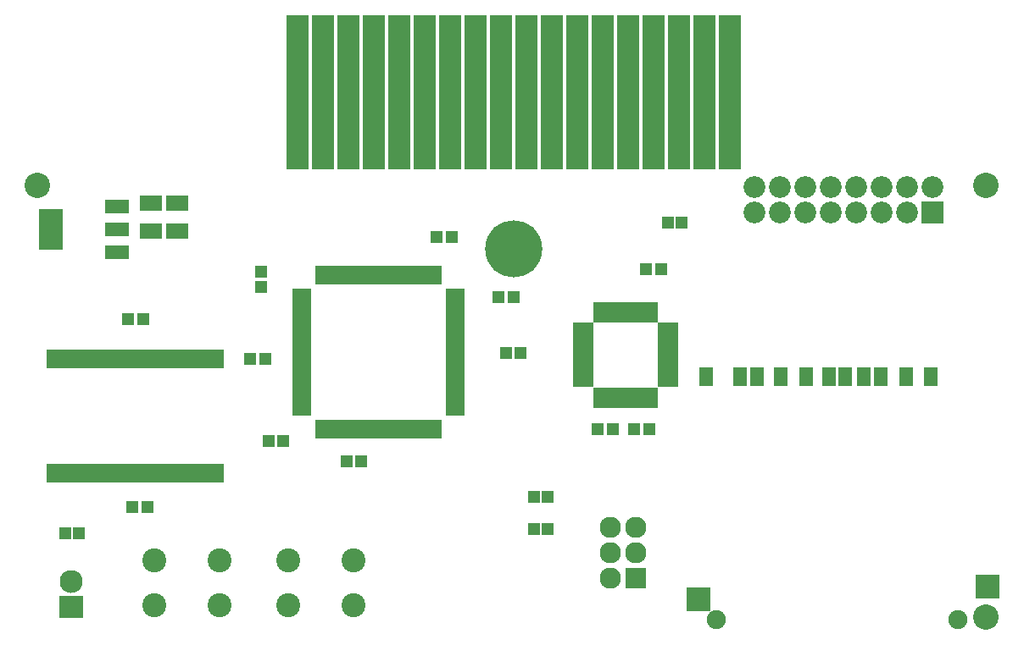
<source format=gts>
G04 #@! TF.FileFunction,Soldermask,Top*
%FSLAX46Y46*%
G04 Gerber Fmt 4.6, Leading zero omitted, Abs format (unit mm)*
G04 Created by KiCad (PCBNEW 4.0.4+dfsg1-stable) date Thu May 11 11:58:33 2017*
%MOMM*%
%LPD*%
G01*
G04 APERTURE LIST*
%ADD10C,0.100000*%
%ADD11R,2.127200X2.127200*%
%ADD12O,2.127200X2.127200*%
%ADD13C,2.540000*%
%ADD14C,5.700000*%
%ADD15R,0.700000X1.900000*%
%ADD16R,1.900000X0.700000*%
%ADD17R,2.178000X15.400000*%
%ADD18C,2.400000*%
%ADD19R,2.400000X2.300000*%
%ADD20C,2.300000*%
%ADD21R,2.200000X1.630000*%
%ADD22R,2.432000X4.057600*%
%ADD23R,2.432000X1.416000*%
%ADD24R,0.877000X1.917400*%
%ADD25R,0.950000X2.000000*%
%ADD26R,2.000000X0.950000*%
%ADD27R,1.200000X1.150000*%
%ADD28R,1.150000X1.200000*%
%ADD29R,1.150000X1.300000*%
%ADD30C,2.178000*%
%ADD31R,2.178000X2.178000*%
%ADD32R,1.398220X1.898600*%
%ADD33R,2.400000X2.400000*%
%ADD34C,1.898600*%
G04 APERTURE END LIST*
D10*
D11*
X155783000Y-88738000D03*
D12*
X153243000Y-88738000D03*
X155783000Y-86198000D03*
X153243000Y-86198000D03*
X155783000Y-83658000D03*
X153243000Y-83658000D03*
D13*
X190783000Y-49458000D03*
X190783000Y-92658000D03*
D14*
X143583000Y-55858000D03*
D15*
X136083000Y-58458000D03*
X135583000Y-58458000D03*
X135083000Y-58458000D03*
X134583000Y-58458000D03*
X134083000Y-58458000D03*
X133583000Y-58458000D03*
X133083000Y-58458000D03*
X132583000Y-58458000D03*
X132083000Y-58458000D03*
X131583000Y-58458000D03*
X131083000Y-58458000D03*
X130583000Y-58458000D03*
X130083000Y-58458000D03*
X129583000Y-58458000D03*
X129083000Y-58458000D03*
X128583000Y-58458000D03*
X128083000Y-58458000D03*
X127583000Y-58458000D03*
X127083000Y-58458000D03*
X126583000Y-58458000D03*
X126083000Y-58458000D03*
X125583000Y-58458000D03*
X125083000Y-58458000D03*
X124583000Y-58458000D03*
X124083000Y-58458000D03*
D16*
X122383000Y-60158000D03*
X122383000Y-60658000D03*
X122383000Y-61158000D03*
X122383000Y-61658000D03*
X122383000Y-62158000D03*
X122383000Y-62658000D03*
X122383000Y-63158000D03*
X122383000Y-63658000D03*
X122383000Y-64158000D03*
X122383000Y-64658000D03*
X122383000Y-65158000D03*
X122383000Y-65658000D03*
X122383000Y-66158000D03*
X122383000Y-66658000D03*
X122383000Y-67158000D03*
X122383000Y-67658000D03*
X122383000Y-68158000D03*
X122383000Y-68658000D03*
X122383000Y-69158000D03*
X122383000Y-69658000D03*
X122383000Y-70158000D03*
X122383000Y-70658000D03*
X122383000Y-71158000D03*
X122383000Y-71658000D03*
X122383000Y-72158000D03*
D15*
X124083000Y-73858000D03*
X124583000Y-73858000D03*
X125083000Y-73858000D03*
X125583000Y-73858000D03*
X126083000Y-73858000D03*
X126583000Y-73858000D03*
X127083000Y-73858000D03*
X127583000Y-73858000D03*
X128083000Y-73858000D03*
X128583000Y-73858000D03*
X129083000Y-73858000D03*
X129583000Y-73858000D03*
X130083000Y-73858000D03*
X130583000Y-73858000D03*
X131083000Y-73858000D03*
X131583000Y-73858000D03*
X132083000Y-73858000D03*
X132583000Y-73858000D03*
X133083000Y-73858000D03*
X133583000Y-73858000D03*
X134083000Y-73858000D03*
X134583000Y-73858000D03*
X135083000Y-73858000D03*
X135583000Y-73858000D03*
X136083000Y-73858000D03*
D16*
X137783000Y-72158000D03*
X137783000Y-71658000D03*
X137783000Y-71158000D03*
X137783000Y-70658000D03*
X137783000Y-70158000D03*
X137783000Y-69658000D03*
X137783000Y-69158000D03*
X137783000Y-68658000D03*
X137783000Y-68158000D03*
X137783000Y-67658000D03*
X137783000Y-67158000D03*
X137783000Y-66658000D03*
X137783000Y-66158000D03*
X137783000Y-65658000D03*
X137783000Y-65158000D03*
X137783000Y-64658000D03*
X137783000Y-64158000D03*
X137783000Y-63658000D03*
X137783000Y-63158000D03*
X137783000Y-62658000D03*
X137783000Y-62158000D03*
X137783000Y-61658000D03*
X137783000Y-61158000D03*
X137783000Y-60658000D03*
X137783000Y-60158000D03*
D17*
X165143000Y-40158000D03*
X162603000Y-40158000D03*
X160063000Y-40158000D03*
X157523000Y-40158000D03*
X154983000Y-40158000D03*
X152443000Y-40158000D03*
X149903000Y-40158000D03*
X147363000Y-40158000D03*
X144823000Y-40158000D03*
X142283000Y-40158000D03*
X139743000Y-40158000D03*
X137203000Y-40158000D03*
X134663000Y-40158000D03*
X132123000Y-40158000D03*
X129583000Y-40158000D03*
X127043000Y-40158000D03*
X124503000Y-40158000D03*
X121963000Y-40158000D03*
D18*
X121083000Y-91458000D03*
X121083000Y-86958000D03*
X127583000Y-91458000D03*
X127583000Y-86958000D03*
D19*
X99383000Y-91658000D03*
D20*
X99383000Y-89118000D03*
D21*
X107383000Y-51258000D03*
X110003000Y-51258000D03*
X107363000Y-54058000D03*
X109983000Y-54058000D03*
D22*
X97379000Y-53858000D03*
D23*
X103983000Y-53858000D03*
X103983000Y-51572000D03*
X103983000Y-56144000D03*
D24*
X97383000Y-78268800D03*
X98183000Y-78268800D03*
X98983000Y-78268800D03*
X99783000Y-78268800D03*
X100583000Y-78268800D03*
X101383000Y-78268800D03*
X102183000Y-78268800D03*
X102983000Y-78268800D03*
X103783000Y-78268800D03*
X104583000Y-78268800D03*
X105383000Y-78268800D03*
X106183000Y-78268800D03*
X106983000Y-78268800D03*
X107783000Y-78268800D03*
X108583000Y-78268800D03*
X109383000Y-78268800D03*
X110183000Y-78268800D03*
X110983000Y-78268800D03*
X111783000Y-78268800D03*
X112583000Y-78268800D03*
X113383000Y-78268800D03*
X114183000Y-78268800D03*
X97383000Y-66858000D03*
X98183000Y-66858000D03*
X98983000Y-66858000D03*
X99783000Y-66858000D03*
X100583000Y-66858000D03*
X101383000Y-66858000D03*
X102183000Y-66858000D03*
X102983000Y-66858000D03*
X103783000Y-66858000D03*
X104583000Y-66858000D03*
X105383000Y-66858000D03*
X106183000Y-66858000D03*
X106983000Y-66858000D03*
X107783000Y-66858000D03*
X108583000Y-66858000D03*
X109383000Y-66858000D03*
X110183000Y-66858000D03*
X110983000Y-66858000D03*
X111783000Y-66858000D03*
X112583000Y-66858000D03*
X113383000Y-66858000D03*
X114183000Y-66858000D03*
D25*
X151983000Y-70708000D03*
X152783000Y-70708000D03*
X153583000Y-70708000D03*
X154383000Y-70708000D03*
X155183000Y-70708000D03*
X155983000Y-70708000D03*
X156783000Y-70708000D03*
X157583000Y-70708000D03*
D26*
X159033000Y-69258000D03*
X159033000Y-68458000D03*
X159033000Y-67658000D03*
X159033000Y-66858000D03*
X159033000Y-66058000D03*
X159033000Y-65258000D03*
X159033000Y-64458000D03*
X159033000Y-63658000D03*
D25*
X157583000Y-62208000D03*
X156783000Y-62208000D03*
X155983000Y-62208000D03*
X155183000Y-62208000D03*
X154383000Y-62208000D03*
X153583000Y-62208000D03*
X152783000Y-62208000D03*
X151983000Y-62208000D03*
D26*
X150533000Y-63658000D03*
X150533000Y-64458000D03*
X150533000Y-65258000D03*
X150533000Y-66058000D03*
X150533000Y-66858000D03*
X150533000Y-67658000D03*
X150533000Y-68458000D03*
X150533000Y-69258000D03*
D27*
X106583000Y-62858000D03*
X105083000Y-62858000D03*
X105483000Y-81658000D03*
X106983000Y-81658000D03*
X153483000Y-73858000D03*
X151983000Y-73858000D03*
X155633000Y-73858000D03*
X157133000Y-73858000D03*
X156783000Y-57858000D03*
X158283000Y-57858000D03*
X135883000Y-54658000D03*
X137383000Y-54658000D03*
D28*
X118383000Y-59658000D03*
X118383000Y-58158000D03*
D27*
X142083000Y-60658000D03*
X143583000Y-60658000D03*
X118783000Y-66858000D03*
X117283000Y-66858000D03*
X120583000Y-75058000D03*
X119083000Y-75058000D03*
X126883000Y-77058000D03*
X128383000Y-77058000D03*
X142783000Y-66258000D03*
X144283000Y-66258000D03*
D13*
X95983000Y-49458000D03*
D29*
X147008000Y-83858000D03*
X145658000Y-83858000D03*
X158958000Y-53258000D03*
X160308000Y-53258000D03*
D30*
X167643000Y-52198000D03*
X170183000Y-52198000D03*
X172723000Y-52198000D03*
X175263000Y-52198000D03*
X177803000Y-52198000D03*
X180343000Y-52198000D03*
X182883000Y-52198000D03*
D31*
X185423000Y-52198000D03*
D30*
X185423000Y-49658000D03*
X182883000Y-49658000D03*
X180343000Y-49658000D03*
X177803000Y-49658000D03*
X175263000Y-49658000D03*
X172723000Y-49658000D03*
X170183000Y-49658000D03*
X167643000Y-49658000D03*
D29*
X145658000Y-80658000D03*
X147008000Y-80658000D03*
X98833000Y-84258000D03*
X100183000Y-84258000D03*
D18*
X114183000Y-86958000D03*
X114183000Y-91458000D03*
X107683000Y-86958000D03*
X107683000Y-91458000D03*
D32*
X182780440Y-68658000D03*
X180281080Y-68658000D03*
X176704760Y-68658000D03*
X175058840Y-68658000D03*
X172783000Y-68658000D03*
X170283640Y-68658000D03*
X167852860Y-68658000D03*
X166153600Y-68658000D03*
X185279800Y-68658000D03*
X178579280Y-68658000D03*
D33*
X162000628Y-90863600D03*
X190950628Y-89663600D03*
D32*
X162803340Y-68658000D03*
D34*
X187979820Y-92965800D03*
X163783780Y-92965800D03*
M02*

</source>
